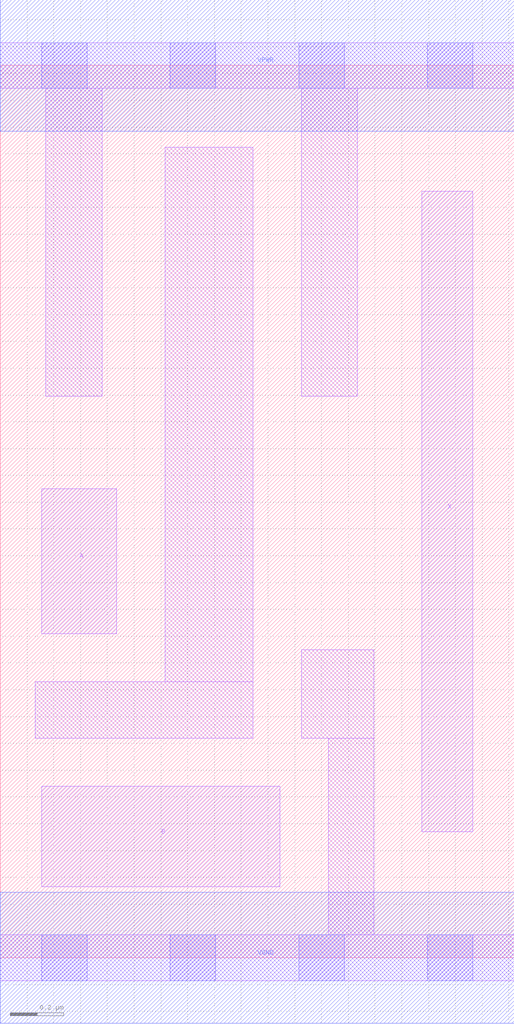
<source format=lef>
# Copyright 2020 The SkyWater PDK Authors
#
# Licensed under the Apache License, Version 2.0 (the "License");
# you may not use this file except in compliance with the License.
# You may obtain a copy of the License at
#
#     https://www.apache.org/licenses/LICENSE-2.0
#
# Unless required by applicable law or agreed to in writing, software
# distributed under the License is distributed on an "AS IS" BASIS,
# WITHOUT WARRANTIES OR CONDITIONS OF ANY KIND, either express or implied.
# See the License for the specific language governing permissions and
# limitations under the License.
#
# SPDX-License-Identifier: Apache-2.0

VERSION 5.7 ;
  NOWIREEXTENSIONATPIN ON ;
  DIVIDERCHAR "/" ;
  BUSBITCHARS "[]" ;
UNITS
  DATABASE MICRONS 200 ;
END UNITS
MACRO sky130_fd_sc_lp__and2_m
  CLASS CORE ;
  FOREIGN sky130_fd_sc_lp__and2_m ;
  ORIGIN  0.000000  0.000000 ;
  SIZE  1.920000 BY  3.330000 ;
  SYMMETRY X Y R90 ;
  SITE unit ;
  PIN A
    ANTENNAGATEAREA  0.126000 ;
    DIRECTION INPUT ;
    USE SIGNAL ;
    PORT
      LAYER li1 ;
        RECT 0.155000 1.210000 0.435000 1.750000 ;
    END
  END A
  PIN B
    ANTENNAGATEAREA  0.126000 ;
    DIRECTION INPUT ;
    USE SIGNAL ;
    PORT
      LAYER li1 ;
        RECT 0.155000 0.265000 1.045000 0.640000 ;
    END
  END B
  PIN X
    ANTENNADIFFAREA  0.222600 ;
    DIRECTION OUTPUT ;
    USE SIGNAL ;
    PORT
      LAYER li1 ;
        RECT 1.575000 0.470000 1.765000 2.860000 ;
    END
  END X
  PIN VGND
    DIRECTION INOUT ;
    USE GROUND ;
    PORT
      LAYER met1 ;
        RECT 0.000000 -0.245000 1.920000 0.245000 ;
    END
  END VGND
  PIN VPWR
    DIRECTION INOUT ;
    USE POWER ;
    PORT
      LAYER met1 ;
        RECT 0.000000 3.085000 1.920000 3.575000 ;
    END
  END VPWR
  OBS
    LAYER li1 ;
      RECT 0.000000 -0.085000 1.920000 0.085000 ;
      RECT 0.000000  3.245000 1.920000 3.415000 ;
      RECT 0.130000  0.820000 0.945000 1.030000 ;
      RECT 0.170000  2.095000 0.380000 3.245000 ;
      RECT 0.615000  1.030000 0.945000 3.025000 ;
      RECT 1.125000  0.820000 1.395000 1.150000 ;
      RECT 1.125000  2.095000 1.335000 3.245000 ;
      RECT 1.225000  0.085000 1.395000 0.820000 ;
    LAYER mcon ;
      RECT 0.155000 -0.085000 0.325000 0.085000 ;
      RECT 0.155000  3.245000 0.325000 3.415000 ;
      RECT 0.635000 -0.085000 0.805000 0.085000 ;
      RECT 0.635000  3.245000 0.805000 3.415000 ;
      RECT 1.115000 -0.085000 1.285000 0.085000 ;
      RECT 1.115000  3.245000 1.285000 3.415000 ;
      RECT 1.595000 -0.085000 1.765000 0.085000 ;
      RECT 1.595000  3.245000 1.765000 3.415000 ;
  END
END sky130_fd_sc_lp__and2_m
END LIBRARY

</source>
